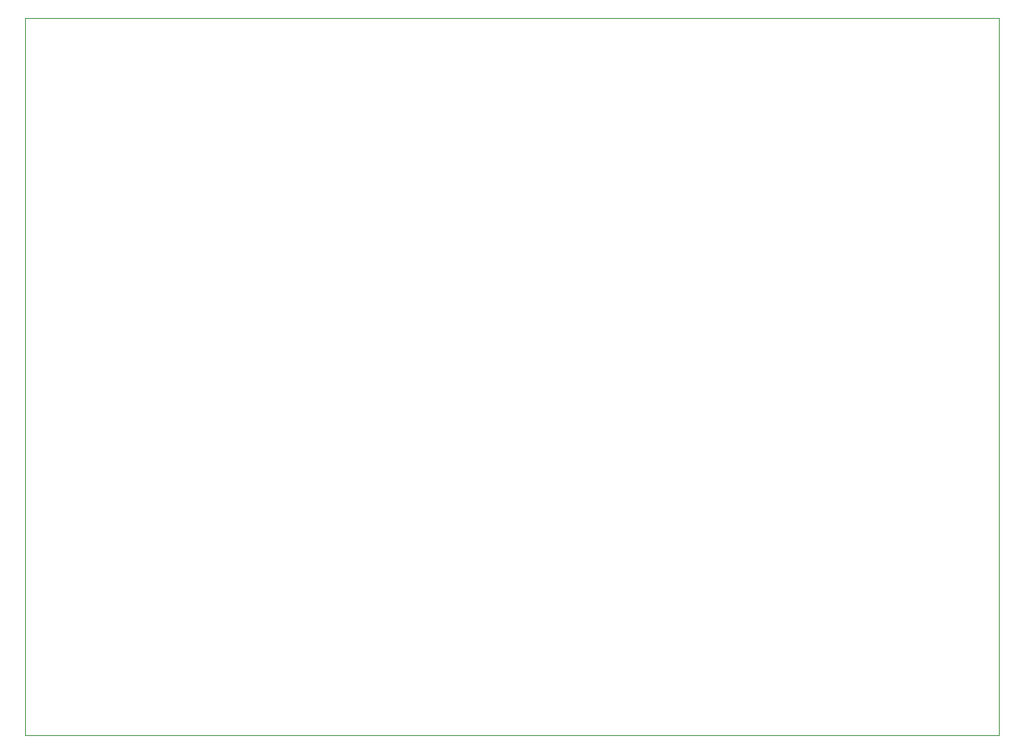
<source format=gbr>
%TF.GenerationSoftware,KiCad,Pcbnew,6.0.0*%
%TF.CreationDate,2022-01-12T20:58:30-05:00*%
%TF.ProjectId,output-board,6f757470-7574-42d6-926f-6172642e6b69,rev?*%
%TF.SameCoordinates,Original*%
%TF.FileFunction,Profile,NP*%
%FSLAX46Y46*%
G04 Gerber Fmt 4.6, Leading zero omitted, Abs format (unit mm)*
G04 Created by KiCad (PCBNEW 6.0.0) date 2022-01-12 20:58:30*
%MOMM*%
%LPD*%
G01*
G04 APERTURE LIST*
%TA.AperFunction,Profile*%
%ADD10C,0.100000*%
%TD*%
G04 APERTURE END LIST*
D10*
X132119000Y-29464000D02*
X132119000Y-106934000D01*
X26924000Y-29464000D02*
X132119000Y-29464000D01*
X132119000Y-106934000D02*
X26924000Y-106934000D01*
X26924000Y-106934000D02*
X26924000Y-29464000D01*
M02*

</source>
